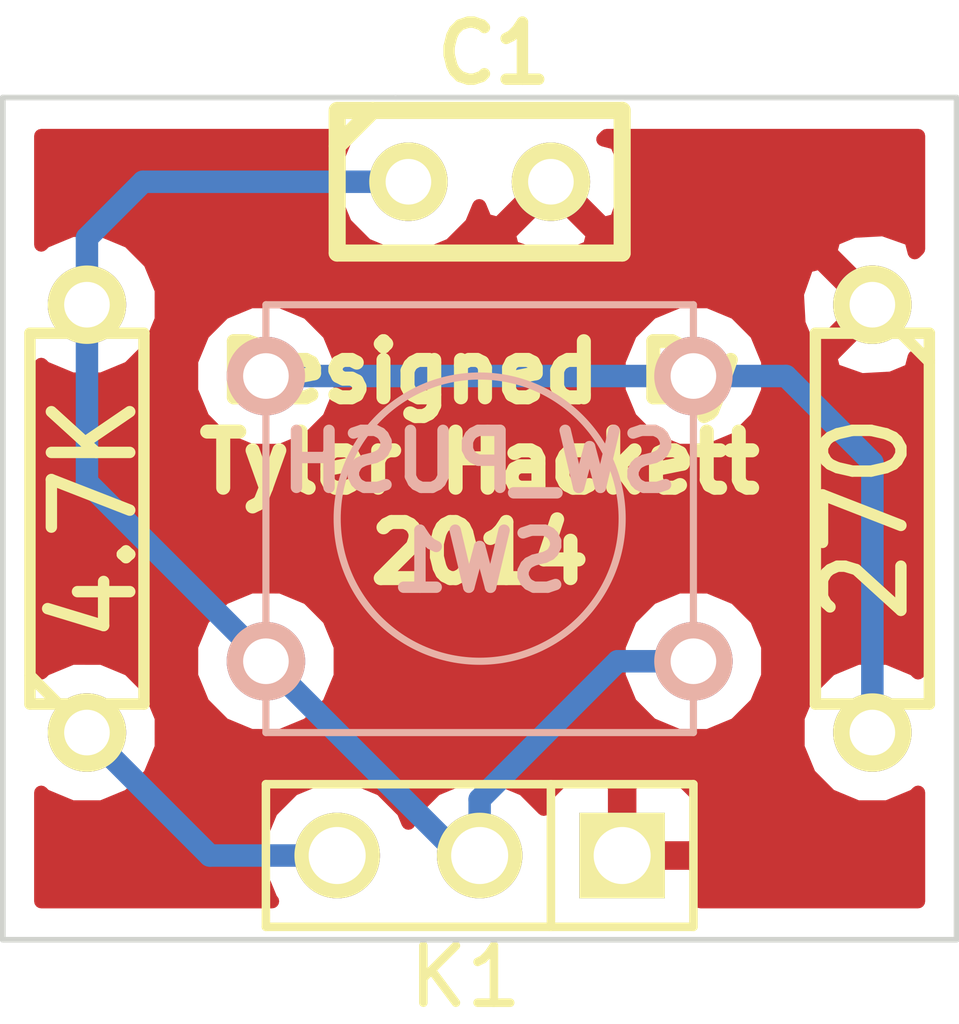
<source format=kicad_pcb>
(kicad_pcb (version 3) (host pcbnew "(2013-07-07 BZR 4022)-stable")

  (general
    (links 9)
    (no_connects 0)
    (area 195.449999 131.8504 212.550001 149.9972)
    (thickness 1.6)
    (drawings 6)
    (tracks 16)
    (zones 0)
    (modules 5)
    (nets 5)
  )

  (page A3)
  (layers
    (15 F.Cu signal)
    (0 B.Cu signal)
    (16 B.Adhes user)
    (17 F.Adhes user)
    (18 B.Paste user)
    (19 F.Paste user)
    (20 B.SilkS user)
    (21 F.SilkS user)
    (22 B.Mask user)
    (23 F.Mask user)
    (24 Dwgs.User user)
    (25 Cmts.User user)
    (26 Eco1.User user)
    (27 Eco2.User user)
    (28 Edge.Cuts user)
  )

  (setup
    (last_trace_width 0.4)
    (trace_clearance 0.254)
    (zone_clearance 0.508)
    (zone_45_only no)
    (trace_min 0.254)
    (segment_width 0.2)
    (edge_width 0.1)
    (via_size 0.889)
    (via_drill 0.635)
    (via_min_size 0.889)
    (via_min_drill 0.508)
    (uvia_size 0.508)
    (uvia_drill 0.127)
    (uvias_allowed no)
    (uvia_min_size 0.508)
    (uvia_min_drill 0.127)
    (pcb_text_width 0.3)
    (pcb_text_size 1.5 1.5)
    (mod_edge_width 0.15)
    (mod_text_size 1 1)
    (mod_text_width 0.15)
    (pad_size 1.5 1.5)
    (pad_drill 0.6)
    (pad_to_mask_clearance 0)
    (aux_axis_origin 0 0)
    (visible_elements 7FFFFFFF)
    (pcbplotparams
      (layerselection 284196865)
      (usegerberextensions true)
      (excludeedgelayer true)
      (linewidth 0.150000)
      (plotframeref false)
      (viasonmask false)
      (mode 1)
      (useauxorigin false)
      (hpglpennumber 1)
      (hpglpenspeed 20)
      (hpglpendiameter 15)
      (hpglpenoverlay 2)
      (psnegative false)
      (psa4output false)
      (plotreference true)
      (plotvalue true)
      (plotothertext true)
      (plotinvisibletext false)
      (padsonsilk false)
      (subtractmaskfromsilk true)
      (outputformat 1)
      (mirror false)
      (drillshape 0)
      (scaleselection 1)
      (outputdirectory S:/Users/TyDesktop/Documents/GitHub/3D-LED-Companion-Cube/src/Circuit/Button/Gerber/))
  )

  (net 0 "")
  (net 1 GND)
  (net 2 N-000001)
  (net 3 N-000002)
  (net 4 VCC)

  (net_class Default "This is the default net class."
    (clearance 0.254)
    (trace_width 0.4)
    (via_dia 0.889)
    (via_drill 0.635)
    (uvia_dia 0.508)
    (uvia_drill 0.127)
    (add_net "")
    (add_net GND)
    (add_net N-000001)
    (add_net N-000002)
    (add_net VCC)
  )

  (module SW_PUSH_SMALL (layer B.Cu) (tedit 46544DB3) (tstamp 54825E6B)
    (at 204 141)
    (path /54819B65)
    (fp_text reference SW1 (at 0 0.762) (layer B.SilkS)
      (effects (font (size 1.016 1.016) (thickness 0.2032)) (justify mirror))
    )
    (fp_text value SW_PUSH (at 0 -1.016) (layer B.SilkS)
      (effects (font (size 1.016 1.016) (thickness 0.2032)) (justify mirror))
    )
    (fp_circle (center 0 0) (end 0 2.54) (layer B.SilkS) (width 0.127))
    (fp_line (start -3.81 3.81) (end 3.81 3.81) (layer B.SilkS) (width 0.127))
    (fp_line (start 3.81 3.81) (end 3.81 -3.81) (layer B.SilkS) (width 0.127))
    (fp_line (start 3.81 -3.81) (end -3.81 -3.81) (layer B.SilkS) (width 0.127))
    (fp_line (start -3.81 3.81) (end -3.81 -3.81) (layer B.SilkS) (width 0.127))
    (pad 1 thru_hole circle (at 3.81 2.54) (size 1.397 1.397) (drill 0.8128)
      (layers *.Cu *.Mask B.SilkS)
      (net 3 N-000002)
    )
    (pad 2 thru_hole circle (at 3.81 -2.54) (size 1.397 1.397) (drill 0.8128)
      (layers *.Cu *.Mask B.SilkS)
      (net 2 N-000001)
    )
    (pad 1 thru_hole circle (at -3.81 2.54) (size 1.397 1.397) (drill 0.8128)
      (layers *.Cu *.Mask B.SilkS)
      (net 3 N-000002)
    )
    (pad 2 thru_hole circle (at -3.81 -2.54) (size 1.397 1.397) (drill 0.8128)
      (layers *.Cu *.Mask B.SilkS)
      (net 2 N-000001)
    )
  )

  (module R3 (layer F.Cu) (tedit 4E4C0E65) (tstamp 54825E50)
    (at 211 141 270)
    (descr "Resitance 3 pas")
    (tags R)
    (path /54819B88)
    (autoplace_cost180 10)
    (fp_text reference R2 (at 0 0.127 270) (layer F.SilkS) hide
      (effects (font (size 1.397 1.27) (thickness 0.2032)))
    )
    (fp_text value 270 (at 0 0.127 270) (layer F.SilkS)
      (effects (font (size 1.397 1.27) (thickness 0.2032)))
    )
    (fp_line (start -3.81 0) (end -3.302 0) (layer F.SilkS) (width 0.2032))
    (fp_line (start 3.81 0) (end 3.302 0) (layer F.SilkS) (width 0.2032))
    (fp_line (start 3.302 0) (end 3.302 -1.016) (layer F.SilkS) (width 0.2032))
    (fp_line (start 3.302 -1.016) (end -3.302 -1.016) (layer F.SilkS) (width 0.2032))
    (fp_line (start -3.302 -1.016) (end -3.302 1.016) (layer F.SilkS) (width 0.2032))
    (fp_line (start -3.302 1.016) (end 3.302 1.016) (layer F.SilkS) (width 0.2032))
    (fp_line (start 3.302 1.016) (end 3.302 0) (layer F.SilkS) (width 0.2032))
    (fp_line (start -3.302 -0.508) (end -2.794 -1.016) (layer F.SilkS) (width 0.2032))
    (pad 1 thru_hole circle (at -3.81 0 270) (size 1.397 1.397) (drill 0.8128)
      (layers *.Cu *.Mask F.SilkS)
      (net 1 GND)
    )
    (pad 2 thru_hole circle (at 3.81 0 270) (size 1.397 1.397) (drill 0.8128)
      (layers *.Cu *.Mask F.SilkS)
      (net 2 N-000001)
    )
    (model discret/resistor.wrl
      (at (xyz 0 0 0))
      (scale (xyz 0.3 0.3 0.3))
      (rotate (xyz 0 0 0))
    )
  )

  (module R3 (layer F.Cu) (tedit 4E4C0E65) (tstamp 54825E41)
    (at 197 141 90)
    (descr "Resitance 3 pas")
    (tags R)
    (path /54819D40)
    (autoplace_cost180 10)
    (fp_text reference R1 (at 0 0.127 90) (layer F.SilkS) hide
      (effects (font (size 1.397 1.27) (thickness 0.2032)))
    )
    (fp_text value 4.7K (at 0 0.127 90) (layer F.SilkS)
      (effects (font (size 1.397 1.27) (thickness 0.2032)))
    )
    (fp_line (start -3.81 0) (end -3.302 0) (layer F.SilkS) (width 0.2032))
    (fp_line (start 3.81 0) (end 3.302 0) (layer F.SilkS) (width 0.2032))
    (fp_line (start 3.302 0) (end 3.302 -1.016) (layer F.SilkS) (width 0.2032))
    (fp_line (start 3.302 -1.016) (end -3.302 -1.016) (layer F.SilkS) (width 0.2032))
    (fp_line (start -3.302 -1.016) (end -3.302 1.016) (layer F.SilkS) (width 0.2032))
    (fp_line (start -3.302 1.016) (end 3.302 1.016) (layer F.SilkS) (width 0.2032))
    (fp_line (start 3.302 1.016) (end 3.302 0) (layer F.SilkS) (width 0.2032))
    (fp_line (start -3.302 -0.508) (end -2.794 -1.016) (layer F.SilkS) (width 0.2032))
    (pad 1 thru_hole circle (at -3.81 0 90) (size 1.397 1.397) (drill 0.8128)
      (layers *.Cu *.Mask F.SilkS)
      (net 4 VCC)
    )
    (pad 2 thru_hole circle (at 3.81 0 90) (size 1.397 1.397) (drill 0.8128)
      (layers *.Cu *.Mask F.SilkS)
      (net 3 N-000002)
    )
    (model discret/resistor.wrl
      (at (xyz 0 0 0))
      (scale (xyz 0.3 0.3 0.3))
      (rotate (xyz 0 0 0))
    )
  )

  (module PIN_ARRAY_3X1 (layer F.Cu) (tedit 4C1130E0) (tstamp 54825E5D)
    (at 204 147 180)
    (descr "Connecteur 3 pins")
    (tags "CONN DEV")
    (path /54819CEA)
    (fp_text reference K1 (at 0.254 -2.159 180) (layer F.SilkS)
      (effects (font (size 1.016 1.016) (thickness 0.1524)))
    )
    (fp_text value CONN_3 (at 0 -2.159 180) (layer F.SilkS) hide
      (effects (font (size 1.016 1.016) (thickness 0.1524)))
    )
    (fp_line (start -3.81 1.27) (end -3.81 -1.27) (layer F.SilkS) (width 0.1524))
    (fp_line (start -3.81 -1.27) (end 3.81 -1.27) (layer F.SilkS) (width 0.1524))
    (fp_line (start 3.81 -1.27) (end 3.81 1.27) (layer F.SilkS) (width 0.1524))
    (fp_line (start 3.81 1.27) (end -3.81 1.27) (layer F.SilkS) (width 0.1524))
    (fp_line (start -1.27 -1.27) (end -1.27 1.27) (layer F.SilkS) (width 0.1524))
    (pad 1 thru_hole rect (at -2.54 0 180) (size 1.524 1.524) (drill 1.016)
      (layers *.Cu *.Mask F.SilkS)
      (net 1 GND)
    )
    (pad 2 thru_hole circle (at 0 0 180) (size 1.524 1.524) (drill 1.016)
      (layers *.Cu *.Mask F.SilkS)
      (net 3 N-000002)
    )
    (pad 3 thru_hole circle (at 2.54 0 180) (size 1.524 1.524) (drill 1.016)
      (layers *.Cu *.Mask F.SilkS)
      (net 4 VCC)
    )
    (model pin_array/pins_array_3x1.wrl
      (at (xyz 0 0 0))
      (scale (xyz 1 1 1))
      (rotate (xyz 0 0 0))
    )
  )

  (module C1 (layer F.Cu) (tedit 3F92C496) (tstamp 54825E32)
    (at 204 135)
    (descr "Condensateur e = 1 pas")
    (tags C)
    (path /54819BA6)
    (fp_text reference C1 (at 0.254 -2.286) (layer F.SilkS)
      (effects (font (size 1.016 1.016) (thickness 0.2032)))
    )
    (fp_text value 10nF (at 0 -2.286) (layer F.SilkS) hide
      (effects (font (size 1.016 1.016) (thickness 0.2032)))
    )
    (fp_line (start -2.4892 -1.27) (end 2.54 -1.27) (layer F.SilkS) (width 0.3048))
    (fp_line (start 2.54 -1.27) (end 2.54 1.27) (layer F.SilkS) (width 0.3048))
    (fp_line (start 2.54 1.27) (end -2.54 1.27) (layer F.SilkS) (width 0.3048))
    (fp_line (start -2.54 1.27) (end -2.54 -1.27) (layer F.SilkS) (width 0.3048))
    (fp_line (start -2.54 -0.635) (end -1.905 -1.27) (layer F.SilkS) (width 0.3048))
    (pad 1 thru_hole circle (at -1.27 0) (size 1.397 1.397) (drill 0.8128)
      (layers *.Cu *.Mask F.SilkS)
      (net 3 N-000002)
    )
    (pad 2 thru_hole circle (at 1.27 0) (size 1.397 1.397) (drill 0.8128)
      (layers *.Cu *.Mask F.SilkS)
      (net 1 GND)
    )
    (model discret/capa_1_pas.wrl
      (at (xyz 0 0 0))
      (scale (xyz 1 1 1))
      (rotate (xyz 0 0 0))
    )
  )

  (gr_text "Designed By\nTyler Hackett\n2014" (at 204 140) (layer F.SilkS)
    (effects (font (size 1 1) (thickness 0.25)))
  )
  (gr_line (start 212.5 133.5) (end 202.5 133.5) (angle 90) (layer Edge.Cuts) (width 0.1))
  (gr_line (start 212.5 148.5) (end 212.5 133.5) (angle 90) (layer Edge.Cuts) (width 0.1))
  (gr_line (start 195.5 148.5) (end 212.5 148.5) (angle 90) (layer Edge.Cuts) (width 0.1))
  (gr_line (start 195.5 133.5) (end 195.5 148.5) (angle 90) (layer Edge.Cuts) (width 0.1))
  (gr_line (start 202.5 133.5) (end 195.5 133.5) (angle 90) (layer Edge.Cuts) (width 0.1))

  (segment (start 200.19 138.46) (end 207.81 138.46) (width 0.4) (layer B.Cu) (net 2))
  (segment (start 207.81 138.46) (end 209.46 138.46) (width 0.4) (layer B.Cu) (net 2))
  (segment (start 211 140) (end 211 144.81) (width 0.4) (layer B.Cu) (net 2) (tstamp 54825F78))
  (segment (start 209.46 138.46) (end 211 140) (width 0.4) (layer B.Cu) (net 2) (tstamp 54825F77))
  (segment (start 207.81 143.54) (end 206.46 143.54) (width 0.4) (layer B.Cu) (net 3))
  (segment (start 204 146) (end 204 147) (width 0.4) (layer B.Cu) (net 3) (tstamp 54825F7F))
  (segment (start 206.46 143.54) (end 204 146) (width 0.4) (layer B.Cu) (net 3) (tstamp 54825F7E))
  (segment (start 197 137.19) (end 197 140.35) (width 0.4) (layer B.Cu) (net 3))
  (segment (start 197 140.35) (end 200.19 143.54) (width 0.4) (layer B.Cu) (net 3) (tstamp 54825F7B))
  (segment (start 197 137.19) (end 197 136) (width 0.4) (layer B.Cu) (net 3))
  (segment (start 198 135) (end 202.73 135) (width 0.4) (layer B.Cu) (net 3) (tstamp 54825F72))
  (segment (start 197 136) (end 198 135) (width 0.4) (layer B.Cu) (net 3) (tstamp 54825F71))
  (segment (start 204 147) (end 203.65 147) (width 0.4) (layer B.Cu) (net 3))
  (segment (start 203.65 147) (end 200.19 143.54) (width 0.4) (layer B.Cu) (net 3) (tstamp 54825F6B))
  (segment (start 201.46 147) (end 199.19 147) (width 0.4) (layer B.Cu) (net 4))
  (segment (start 199.19 147) (end 197 144.81) (width 0.4) (layer B.Cu) (net 4) (tstamp 54825F68))

  (zone (net 1) (net_name GND) (layer F.Cu) (tstamp 54825F8C) (hatch edge 0.508)
    (connect_pads (clearance 0.508))
    (min_thickness 0.254)
    (fill (arc_segments 16) (thermal_gap 0.508) (thermal_bridge_width 0.508))
    (polygon
      (pts
        (xy 212.5 148.5) (xy 195.5 148.5) (xy 195.5 133.5) (xy 212.5 133.5)
      )
    )
    (filled_polygon
      (pts
        (xy 211.815 147.815) (xy 209.14373 147.815) (xy 209.14373 143.275914) (xy 209.14373 138.195914) (xy 208.941145 137.70562)
        (xy 208.566353 137.330174) (xy 208.076413 137.126733) (xy 207.545914 137.12627) (xy 207.05562 137.328855) (xy 206.680174 137.703647)
        (xy 206.615924 137.858378) (xy 206.476733 138.193587) (xy 206.47627 138.724086) (xy 206.678855 139.21438) (xy 207.053647 139.589826)
        (xy 207.543587 139.793267) (xy 208.074086 139.79373) (xy 208.56438 139.591145) (xy 208.939826 139.216353) (xy 209.143267 138.726413)
        (xy 209.14373 138.195914) (xy 209.14373 143.275914) (xy 208.941145 142.78562) (xy 208.566353 142.410174) (xy 208.076413 142.206733)
        (xy 207.545914 142.20627) (xy 207.05562 142.408855) (xy 206.680174 142.783647) (xy 206.476733 143.273587) (xy 206.47627 143.804086)
        (xy 206.678855 144.29438) (xy 207.053647 144.669826) (xy 207.543587 144.873267) (xy 208.074086 144.87373) (xy 208.56438 144.671145)
        (xy 208.939826 144.296353) (xy 209.143267 143.806413) (xy 209.14373 143.275914) (xy 209.14373 147.815) (xy 207.936953 147.815)
        (xy 207.93711 147.636245) (xy 207.93711 146.363755) (xy 207.936889 146.111136) (xy 207.840013 145.877832) (xy 207.661229 145.699359)
        (xy 207.427755 145.60289) (xy 206.82575 145.603) (xy 206.667 145.76175) (xy 206.667 146.873) (xy 207.77825 146.873)
        (xy 207.937 146.71425) (xy 207.93711 146.363755) (xy 207.93711 147.636245) (xy 207.937 147.28575) (xy 207.77825 147.127)
        (xy 206.667 147.127) (xy 206.667 147.147) (xy 206.413 147.147) (xy 206.413 147.127) (xy 206.393 147.127)
        (xy 206.393 146.873) (xy 206.413 146.873) (xy 206.413 145.76175) (xy 206.25425 145.603) (xy 206.024581 145.602958)
        (xy 206.024581 135.934186) (xy 205.27 135.179605) (xy 204.515419 135.934186) (xy 204.577072 136.169798) (xy 205.07748 136.345924)
        (xy 205.607198 136.317146) (xy 205.962928 136.169798) (xy 206.024581 135.934186) (xy 206.024581 145.602958) (xy 205.652245 145.60289)
        (xy 205.418771 145.699359) (xy 205.239987 145.877832) (xy 205.143111 146.111136) (xy 205.143061 146.167676) (xy 204.79237 145.816372)
        (xy 204.279099 145.603244) (xy 203.723339 145.602759) (xy 203.209697 145.814991) (xy 202.816372 146.20763) (xy 202.73005 146.415514)
        (xy 202.645009 146.209697) (xy 202.25237 145.816372) (xy 201.739099 145.603244) (xy 201.52373 145.603056) (xy 201.52373 143.275914)
        (xy 201.52373 138.195914) (xy 201.321145 137.70562) (xy 200.946353 137.330174) (xy 200.456413 137.126733) (xy 199.925914 137.12627)
        (xy 199.43562 137.328855) (xy 199.060174 137.703647) (xy 198.856733 138.193587) (xy 198.85627 138.724086) (xy 199.058855 139.21438)
        (xy 199.433647 139.589826) (xy 199.923587 139.793267) (xy 200.454086 139.79373) (xy 200.94438 139.591145) (xy 201.319826 139.216353)
        (xy 201.523267 138.726413) (xy 201.52373 138.195914) (xy 201.52373 143.275914) (xy 201.321145 142.78562) (xy 200.946353 142.410174)
        (xy 200.456413 142.206733) (xy 199.925914 142.20627) (xy 199.43562 142.408855) (xy 199.060174 142.783647) (xy 198.856733 143.273587)
        (xy 198.85627 143.804086) (xy 199.058855 144.29438) (xy 199.433647 144.669826) (xy 199.923587 144.873267) (xy 200.454086 144.87373)
        (xy 200.94438 144.671145) (xy 201.319826 144.296353) (xy 201.523267 143.806413) (xy 201.52373 143.275914) (xy 201.52373 145.603056)
        (xy 201.183339 145.602759) (xy 200.669697 145.814991) (xy 200.276372 146.20763) (xy 200.063244 146.720901) (xy 200.062759 147.276661)
        (xy 200.274991 147.790303) (xy 200.299644 147.815) (xy 196.185 147.815) (xy 196.185 145.881076) (xy 196.243647 145.939826)
        (xy 196.733587 146.143267) (xy 197.264086 146.14373) (xy 197.75438 145.941145) (xy 198.129826 145.566353) (xy 198.333267 145.076413)
        (xy 198.33373 144.545914) (xy 198.131145 144.05562) (xy 197.756353 143.680174) (xy 197.266413 143.476733) (xy 196.735914 143.47627)
        (xy 196.24562 143.678855) (xy 196.185 143.739369) (xy 196.185 138.261076) (xy 196.243647 138.319826) (xy 196.733587 138.523267)
        (xy 197.264086 138.52373) (xy 197.75438 138.321145) (xy 198.129826 137.946353) (xy 198.333267 137.456413) (xy 198.33373 136.925914)
        (xy 198.131145 136.43562) (xy 197.756353 136.060174) (xy 197.266413 135.856733) (xy 196.735914 135.85627) (xy 196.24562 136.058855)
        (xy 196.185 136.119369) (xy 196.185 134.185) (xy 201.658923 134.185) (xy 201.600174 134.243647) (xy 201.396733 134.733587)
        (xy 201.39627 135.264086) (xy 201.598855 135.75438) (xy 201.973647 136.129826) (xy 202.463587 136.333267) (xy 202.994086 136.33373)
        (xy 203.48438 136.131145) (xy 203.859826 135.756353) (xy 203.993314 135.434877) (xy 204.100202 135.692928) (xy 204.335814 135.754581)
        (xy 205.090395 135) (xy 205.076252 134.985857) (xy 205.255857 134.806252) (xy 205.27 134.820395) (xy 205.284142 134.806252)
        (xy 205.463747 134.985857) (xy 205.449605 135) (xy 206.204186 135.754581) (xy 206.439798 135.692928) (xy 206.615924 135.19252)
        (xy 206.587146 134.662802) (xy 206.439798 134.307072) (xy 206.204188 134.245419) (xy 206.264608 134.185) (xy 211.815 134.185)
        (xy 211.815 136.195392) (xy 211.75458 136.255811) (xy 211.692928 136.020202) (xy 211.19252 135.844076) (xy 210.662802 135.872854)
        (xy 210.307072 136.020202) (xy 210.245419 136.255814) (xy 211 137.010395) (xy 211.014142 136.996252) (xy 211.193747 137.175857)
        (xy 211.179605 137.19) (xy 211.193747 137.204142) (xy 211.014142 137.383747) (xy 211 137.369605) (xy 210.820395 137.54921)
        (xy 210.820395 137.19) (xy 210.065814 136.435419) (xy 209.830202 136.497072) (xy 209.654076 136.99748) (xy 209.682854 137.527198)
        (xy 209.830202 137.882928) (xy 210.065814 137.944581) (xy 210.820395 137.19) (xy 210.820395 137.54921) (xy 210.245419 138.124186)
        (xy 210.307072 138.359798) (xy 210.80748 138.535924) (xy 211.337198 138.507146) (xy 211.692928 138.359798) (xy 211.75458 138.124188)
        (xy 211.754581 138.124189) (xy 211.815 138.184608) (xy 211.815 143.738923) (xy 211.756353 143.680174) (xy 211.754581 143.679438)
        (xy 211.266413 143.476733) (xy 210.735914 143.47627) (xy 210.24562 143.678855) (xy 209.870174 144.053647) (xy 209.666733 144.543587)
        (xy 209.66627 145.074086) (xy 209.868855 145.56438) (xy 210.243647 145.939826) (xy 210.733587 146.143267) (xy 211.264086 146.14373)
        (xy 211.75438 145.941145) (xy 211.815 145.88063) (xy 211.815 147.815)
      )
    )
  )
)

</source>
